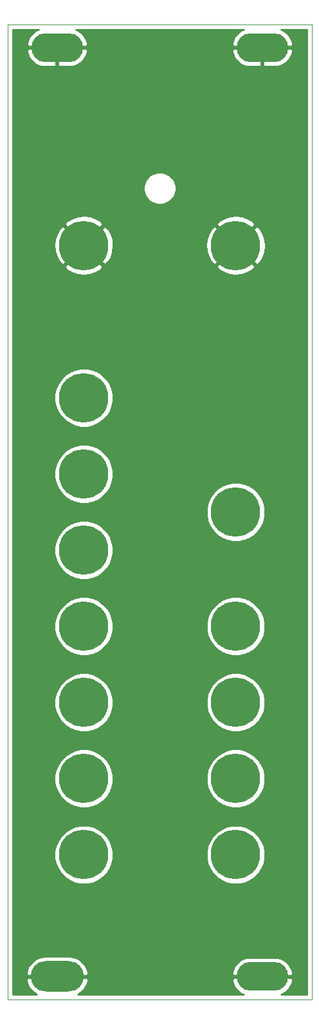
<source format=gbr>
%TF.GenerationSoftware,KiCad,Pcbnew,(5.1.0)-1*%
%TF.CreationDate,2020-03-07T14:23:45+01:00*%
%TF.ProjectId,KicadJE_AC3340_RevA_Faceplate,4b696361-644a-4455-9f41-43333334305f,rev?*%
%TF.SameCoordinates,Original*%
%TF.FileFunction,Copper,L2,Bot*%
%TF.FilePolarity,Positive*%
%FSLAX46Y46*%
G04 Gerber Fmt 4.6, Leading zero omitted, Abs format (unit mm)*
G04 Created by KiCad (PCBNEW (5.1.0)-1) date 2020-03-07 14:23:45*
%MOMM*%
%LPD*%
G04 APERTURE LIST*
%ADD10C,0.050000*%
%ADD11O,7.000000X4.000000*%
%ADD12O,6.800000X3.800000*%
%ADD13C,6.500000*%
%ADD14C,0.254000*%
G04 APERTURE END LIST*
D10*
X-50000000Y-164000000D02*
X-50000000Y-36000000D01*
X-10000000Y-164000000D02*
X-50000000Y-164000000D01*
X-10000000Y-36000000D02*
X-10000000Y-164000000D01*
X-50000000Y-36000000D02*
X-10000000Y-36000000D01*
D11*
X-43500000Y-161000000D03*
D12*
X-16500000Y-39000000D03*
X-43500000Y-39000000D03*
X-16500000Y-161000000D03*
D13*
X-20000000Y-65000000D03*
X-40000000Y-65000000D03*
X-20000000Y-100000000D03*
X-40000000Y-85000000D03*
X-40000000Y-95000000D03*
X-40000000Y-125000000D03*
X-40000000Y-105000000D03*
X-40000000Y-115000000D03*
X-20000000Y-115000000D03*
X-20000000Y-125000000D03*
X-20000000Y-135000000D03*
X-40000000Y-135000000D03*
X-40000000Y-145000000D03*
X-20000000Y-145000000D03*
D14*
G36*
X-46087435Y-36706566D02*
G01*
X-46513967Y-36962782D01*
X-46882318Y-37297287D01*
X-47178333Y-37697226D01*
X-47390636Y-38147230D01*
X-47480779Y-38478500D01*
X-47372854Y-38873000D01*
X-43627000Y-38873000D01*
X-43627000Y-38853000D01*
X-43373000Y-38853000D01*
X-43373000Y-38873000D01*
X-39627146Y-38873000D01*
X-39519221Y-38478500D01*
X-39609364Y-38147230D01*
X-39821667Y-37697226D01*
X-40117682Y-37297287D01*
X-40486033Y-36962782D01*
X-40912565Y-36706566D01*
X-41042312Y-36660000D01*
X-18957688Y-36660000D01*
X-19087435Y-36706566D01*
X-19513967Y-36962782D01*
X-19882318Y-37297287D01*
X-20178333Y-37697226D01*
X-20390636Y-38147230D01*
X-20480779Y-38478500D01*
X-20372854Y-38873000D01*
X-16627000Y-38873000D01*
X-16627000Y-38853000D01*
X-16373000Y-38853000D01*
X-16373000Y-38873000D01*
X-12627146Y-38873000D01*
X-12519221Y-38478500D01*
X-12609364Y-38147230D01*
X-12821667Y-37697226D01*
X-13117682Y-37297287D01*
X-13486033Y-36962782D01*
X-13912565Y-36706566D01*
X-14042312Y-36660000D01*
X-10660000Y-36660000D01*
X-10659999Y-163340000D01*
X-14042312Y-163340000D01*
X-13912565Y-163293434D01*
X-13486033Y-163037218D01*
X-13117682Y-162702713D01*
X-12821667Y-162302774D01*
X-12609364Y-161852770D01*
X-12519221Y-161521500D01*
X-12627146Y-161127000D01*
X-16373000Y-161127000D01*
X-16373000Y-161147000D01*
X-16627000Y-161147000D01*
X-16627000Y-161127000D01*
X-20372854Y-161127000D01*
X-20480779Y-161521500D01*
X-20390636Y-161852770D01*
X-20178333Y-162302774D01*
X-19882318Y-162702713D01*
X-19513967Y-163037218D01*
X-19087435Y-163293434D01*
X-18957688Y-163340000D01*
X-40797686Y-163340000D01*
X-40430475Y-163120365D01*
X-40046970Y-162773424D01*
X-39738519Y-162358331D01*
X-39516975Y-161891038D01*
X-39420333Y-161537162D01*
X-39527009Y-161127000D01*
X-43373000Y-161127000D01*
X-43373000Y-161147000D01*
X-43627000Y-161147000D01*
X-43627000Y-161127000D01*
X-47472991Y-161127000D01*
X-47579667Y-161537162D01*
X-47483025Y-161891038D01*
X-47261481Y-162358331D01*
X-46953030Y-162773424D01*
X-46569525Y-163120365D01*
X-46202314Y-163340000D01*
X-49340000Y-163340000D01*
X-49340000Y-160462838D01*
X-47579667Y-160462838D01*
X-47472991Y-160873000D01*
X-43627000Y-160873000D01*
X-43627000Y-160853000D01*
X-43373000Y-160853000D01*
X-43373000Y-160873000D01*
X-39527009Y-160873000D01*
X-39424407Y-160478500D01*
X-20480779Y-160478500D01*
X-20372854Y-160873000D01*
X-16627000Y-160873000D01*
X-16627000Y-160853000D01*
X-16373000Y-160853000D01*
X-16373000Y-160873000D01*
X-12627146Y-160873000D01*
X-12519221Y-160478500D01*
X-12609364Y-160147230D01*
X-12821667Y-159697226D01*
X-13117682Y-159297287D01*
X-13486033Y-158962782D01*
X-13912565Y-158706566D01*
X-14380886Y-158538486D01*
X-14873000Y-158465000D01*
X-18127000Y-158465000D01*
X-18619114Y-158538486D01*
X-19087435Y-158706566D01*
X-19513967Y-158962782D01*
X-19882318Y-159297287D01*
X-20178333Y-159697226D01*
X-20390636Y-160147230D01*
X-20480779Y-160478500D01*
X-39424407Y-160478500D01*
X-39420333Y-160462838D01*
X-39516975Y-160108962D01*
X-39738519Y-159641669D01*
X-40046970Y-159226576D01*
X-40430475Y-158879635D01*
X-40874296Y-158614178D01*
X-41361377Y-158440407D01*
X-41873000Y-158365000D01*
X-45127000Y-158365000D01*
X-45638623Y-158440407D01*
X-46125704Y-158614178D01*
X-46569525Y-158879635D01*
X-46953030Y-159226576D01*
X-47261481Y-159641669D01*
X-47483025Y-160108962D01*
X-47579667Y-160462838D01*
X-49340000Y-160462838D01*
X-49340000Y-144617361D01*
X-43885000Y-144617361D01*
X-43885000Y-145382639D01*
X-43735702Y-146133213D01*
X-43442842Y-146840238D01*
X-43017677Y-147476543D01*
X-42476543Y-148017677D01*
X-41840238Y-148442842D01*
X-41133213Y-148735702D01*
X-40382639Y-148885000D01*
X-39617361Y-148885000D01*
X-38866787Y-148735702D01*
X-38159762Y-148442842D01*
X-37523457Y-148017677D01*
X-36982323Y-147476543D01*
X-36557158Y-146840238D01*
X-36264298Y-146133213D01*
X-36115000Y-145382639D01*
X-36115000Y-144617361D01*
X-23885000Y-144617361D01*
X-23885000Y-145382639D01*
X-23735702Y-146133213D01*
X-23442842Y-146840238D01*
X-23017677Y-147476543D01*
X-22476543Y-148017677D01*
X-21840238Y-148442842D01*
X-21133213Y-148735702D01*
X-20382639Y-148885000D01*
X-19617361Y-148885000D01*
X-18866787Y-148735702D01*
X-18159762Y-148442842D01*
X-17523457Y-148017677D01*
X-16982323Y-147476543D01*
X-16557158Y-146840238D01*
X-16264298Y-146133213D01*
X-16115000Y-145382639D01*
X-16115000Y-144617361D01*
X-16264298Y-143866787D01*
X-16557158Y-143159762D01*
X-16982323Y-142523457D01*
X-17523457Y-141982323D01*
X-18159762Y-141557158D01*
X-18866787Y-141264298D01*
X-19617361Y-141115000D01*
X-20382639Y-141115000D01*
X-21133213Y-141264298D01*
X-21840238Y-141557158D01*
X-22476543Y-141982323D01*
X-23017677Y-142523457D01*
X-23442842Y-143159762D01*
X-23735702Y-143866787D01*
X-23885000Y-144617361D01*
X-36115000Y-144617361D01*
X-36264298Y-143866787D01*
X-36557158Y-143159762D01*
X-36982323Y-142523457D01*
X-37523457Y-141982323D01*
X-38159762Y-141557158D01*
X-38866787Y-141264298D01*
X-39617361Y-141115000D01*
X-40382639Y-141115000D01*
X-41133213Y-141264298D01*
X-41840238Y-141557158D01*
X-42476543Y-141982323D01*
X-43017677Y-142523457D01*
X-43442842Y-143159762D01*
X-43735702Y-143866787D01*
X-43885000Y-144617361D01*
X-49340000Y-144617361D01*
X-49340000Y-134617361D01*
X-43885000Y-134617361D01*
X-43885000Y-135382639D01*
X-43735702Y-136133213D01*
X-43442842Y-136840238D01*
X-43017677Y-137476543D01*
X-42476543Y-138017677D01*
X-41840238Y-138442842D01*
X-41133213Y-138735702D01*
X-40382639Y-138885000D01*
X-39617361Y-138885000D01*
X-38866787Y-138735702D01*
X-38159762Y-138442842D01*
X-37523457Y-138017677D01*
X-36982323Y-137476543D01*
X-36557158Y-136840238D01*
X-36264298Y-136133213D01*
X-36115000Y-135382639D01*
X-36115000Y-134617361D01*
X-23885000Y-134617361D01*
X-23885000Y-135382639D01*
X-23735702Y-136133213D01*
X-23442842Y-136840238D01*
X-23017677Y-137476543D01*
X-22476543Y-138017677D01*
X-21840238Y-138442842D01*
X-21133213Y-138735702D01*
X-20382639Y-138885000D01*
X-19617361Y-138885000D01*
X-18866787Y-138735702D01*
X-18159762Y-138442842D01*
X-17523457Y-138017677D01*
X-16982323Y-137476543D01*
X-16557158Y-136840238D01*
X-16264298Y-136133213D01*
X-16115000Y-135382639D01*
X-16115000Y-134617361D01*
X-16264298Y-133866787D01*
X-16557158Y-133159762D01*
X-16982323Y-132523457D01*
X-17523457Y-131982323D01*
X-18159762Y-131557158D01*
X-18866787Y-131264298D01*
X-19617361Y-131115000D01*
X-20382639Y-131115000D01*
X-21133213Y-131264298D01*
X-21840238Y-131557158D01*
X-22476543Y-131982323D01*
X-23017677Y-132523457D01*
X-23442842Y-133159762D01*
X-23735702Y-133866787D01*
X-23885000Y-134617361D01*
X-36115000Y-134617361D01*
X-36264298Y-133866787D01*
X-36557158Y-133159762D01*
X-36982323Y-132523457D01*
X-37523457Y-131982323D01*
X-38159762Y-131557158D01*
X-38866787Y-131264298D01*
X-39617361Y-131115000D01*
X-40382639Y-131115000D01*
X-41133213Y-131264298D01*
X-41840238Y-131557158D01*
X-42476543Y-131982323D01*
X-43017677Y-132523457D01*
X-43442842Y-133159762D01*
X-43735702Y-133866787D01*
X-43885000Y-134617361D01*
X-49340000Y-134617361D01*
X-49340000Y-124617361D01*
X-43885000Y-124617361D01*
X-43885000Y-125382639D01*
X-43735702Y-126133213D01*
X-43442842Y-126840238D01*
X-43017677Y-127476543D01*
X-42476543Y-128017677D01*
X-41840238Y-128442842D01*
X-41133213Y-128735702D01*
X-40382639Y-128885000D01*
X-39617361Y-128885000D01*
X-38866787Y-128735702D01*
X-38159762Y-128442842D01*
X-37523457Y-128017677D01*
X-36982323Y-127476543D01*
X-36557158Y-126840238D01*
X-36264298Y-126133213D01*
X-36115000Y-125382639D01*
X-36115000Y-124617361D01*
X-23885000Y-124617361D01*
X-23885000Y-125382639D01*
X-23735702Y-126133213D01*
X-23442842Y-126840238D01*
X-23017677Y-127476543D01*
X-22476543Y-128017677D01*
X-21840238Y-128442842D01*
X-21133213Y-128735702D01*
X-20382639Y-128885000D01*
X-19617361Y-128885000D01*
X-18866787Y-128735702D01*
X-18159762Y-128442842D01*
X-17523457Y-128017677D01*
X-16982323Y-127476543D01*
X-16557158Y-126840238D01*
X-16264298Y-126133213D01*
X-16115000Y-125382639D01*
X-16115000Y-124617361D01*
X-16264298Y-123866787D01*
X-16557158Y-123159762D01*
X-16982323Y-122523457D01*
X-17523457Y-121982323D01*
X-18159762Y-121557158D01*
X-18866787Y-121264298D01*
X-19617361Y-121115000D01*
X-20382639Y-121115000D01*
X-21133213Y-121264298D01*
X-21840238Y-121557158D01*
X-22476543Y-121982323D01*
X-23017677Y-122523457D01*
X-23442842Y-123159762D01*
X-23735702Y-123866787D01*
X-23885000Y-124617361D01*
X-36115000Y-124617361D01*
X-36264298Y-123866787D01*
X-36557158Y-123159762D01*
X-36982323Y-122523457D01*
X-37523457Y-121982323D01*
X-38159762Y-121557158D01*
X-38866787Y-121264298D01*
X-39617361Y-121115000D01*
X-40382639Y-121115000D01*
X-41133213Y-121264298D01*
X-41840238Y-121557158D01*
X-42476543Y-121982323D01*
X-43017677Y-122523457D01*
X-43442842Y-123159762D01*
X-43735702Y-123866787D01*
X-43885000Y-124617361D01*
X-49340000Y-124617361D01*
X-49340000Y-114617361D01*
X-43885000Y-114617361D01*
X-43885000Y-115382639D01*
X-43735702Y-116133213D01*
X-43442842Y-116840238D01*
X-43017677Y-117476543D01*
X-42476543Y-118017677D01*
X-41840238Y-118442842D01*
X-41133213Y-118735702D01*
X-40382639Y-118885000D01*
X-39617361Y-118885000D01*
X-38866787Y-118735702D01*
X-38159762Y-118442842D01*
X-37523457Y-118017677D01*
X-36982323Y-117476543D01*
X-36557158Y-116840238D01*
X-36264298Y-116133213D01*
X-36115000Y-115382639D01*
X-36115000Y-114617361D01*
X-23885000Y-114617361D01*
X-23885000Y-115382639D01*
X-23735702Y-116133213D01*
X-23442842Y-116840238D01*
X-23017677Y-117476543D01*
X-22476543Y-118017677D01*
X-21840238Y-118442842D01*
X-21133213Y-118735702D01*
X-20382639Y-118885000D01*
X-19617361Y-118885000D01*
X-18866787Y-118735702D01*
X-18159762Y-118442842D01*
X-17523457Y-118017677D01*
X-16982323Y-117476543D01*
X-16557158Y-116840238D01*
X-16264298Y-116133213D01*
X-16115000Y-115382639D01*
X-16115000Y-114617361D01*
X-16264298Y-113866787D01*
X-16557158Y-113159762D01*
X-16982323Y-112523457D01*
X-17523457Y-111982323D01*
X-18159762Y-111557158D01*
X-18866787Y-111264298D01*
X-19617361Y-111115000D01*
X-20382639Y-111115000D01*
X-21133213Y-111264298D01*
X-21840238Y-111557158D01*
X-22476543Y-111982323D01*
X-23017677Y-112523457D01*
X-23442842Y-113159762D01*
X-23735702Y-113866787D01*
X-23885000Y-114617361D01*
X-36115000Y-114617361D01*
X-36264298Y-113866787D01*
X-36557158Y-113159762D01*
X-36982323Y-112523457D01*
X-37523457Y-111982323D01*
X-38159762Y-111557158D01*
X-38866787Y-111264298D01*
X-39617361Y-111115000D01*
X-40382639Y-111115000D01*
X-41133213Y-111264298D01*
X-41840238Y-111557158D01*
X-42476543Y-111982323D01*
X-43017677Y-112523457D01*
X-43442842Y-113159762D01*
X-43735702Y-113866787D01*
X-43885000Y-114617361D01*
X-49340000Y-114617361D01*
X-49340000Y-104617361D01*
X-43885000Y-104617361D01*
X-43885000Y-105382639D01*
X-43735702Y-106133213D01*
X-43442842Y-106840238D01*
X-43017677Y-107476543D01*
X-42476543Y-108017677D01*
X-41840238Y-108442842D01*
X-41133213Y-108735702D01*
X-40382639Y-108885000D01*
X-39617361Y-108885000D01*
X-38866787Y-108735702D01*
X-38159762Y-108442842D01*
X-37523457Y-108017677D01*
X-36982323Y-107476543D01*
X-36557158Y-106840238D01*
X-36264298Y-106133213D01*
X-36115000Y-105382639D01*
X-36115000Y-104617361D01*
X-36264298Y-103866787D01*
X-36557158Y-103159762D01*
X-36982323Y-102523457D01*
X-37523457Y-101982323D01*
X-38159762Y-101557158D01*
X-38866787Y-101264298D01*
X-39617361Y-101115000D01*
X-40382639Y-101115000D01*
X-41133213Y-101264298D01*
X-41840238Y-101557158D01*
X-42476543Y-101982323D01*
X-43017677Y-102523457D01*
X-43442842Y-103159762D01*
X-43735702Y-103866787D01*
X-43885000Y-104617361D01*
X-49340000Y-104617361D01*
X-49340000Y-99617361D01*
X-23885000Y-99617361D01*
X-23885000Y-100382639D01*
X-23735702Y-101133213D01*
X-23442842Y-101840238D01*
X-23017677Y-102476543D01*
X-22476543Y-103017677D01*
X-21840238Y-103442842D01*
X-21133213Y-103735702D01*
X-20382639Y-103885000D01*
X-19617361Y-103885000D01*
X-18866787Y-103735702D01*
X-18159762Y-103442842D01*
X-17523457Y-103017677D01*
X-16982323Y-102476543D01*
X-16557158Y-101840238D01*
X-16264298Y-101133213D01*
X-16115000Y-100382639D01*
X-16115000Y-99617361D01*
X-16264298Y-98866787D01*
X-16557158Y-98159762D01*
X-16982323Y-97523457D01*
X-17523457Y-96982323D01*
X-18159762Y-96557158D01*
X-18866787Y-96264298D01*
X-19617361Y-96115000D01*
X-20382639Y-96115000D01*
X-21133213Y-96264298D01*
X-21840238Y-96557158D01*
X-22476543Y-96982323D01*
X-23017677Y-97523457D01*
X-23442842Y-98159762D01*
X-23735702Y-98866787D01*
X-23885000Y-99617361D01*
X-49340000Y-99617361D01*
X-49340000Y-94617361D01*
X-43885000Y-94617361D01*
X-43885000Y-95382639D01*
X-43735702Y-96133213D01*
X-43442842Y-96840238D01*
X-43017677Y-97476543D01*
X-42476543Y-98017677D01*
X-41840238Y-98442842D01*
X-41133213Y-98735702D01*
X-40382639Y-98885000D01*
X-39617361Y-98885000D01*
X-38866787Y-98735702D01*
X-38159762Y-98442842D01*
X-37523457Y-98017677D01*
X-36982323Y-97476543D01*
X-36557158Y-96840238D01*
X-36264298Y-96133213D01*
X-36115000Y-95382639D01*
X-36115000Y-94617361D01*
X-36264298Y-93866787D01*
X-36557158Y-93159762D01*
X-36982323Y-92523457D01*
X-37523457Y-91982323D01*
X-38159762Y-91557158D01*
X-38866787Y-91264298D01*
X-39617361Y-91115000D01*
X-40382639Y-91115000D01*
X-41133213Y-91264298D01*
X-41840238Y-91557158D01*
X-42476543Y-91982323D01*
X-43017677Y-92523457D01*
X-43442842Y-93159762D01*
X-43735702Y-93866787D01*
X-43885000Y-94617361D01*
X-49340000Y-94617361D01*
X-49340000Y-84617361D01*
X-43885000Y-84617361D01*
X-43885000Y-85382639D01*
X-43735702Y-86133213D01*
X-43442842Y-86840238D01*
X-43017677Y-87476543D01*
X-42476543Y-88017677D01*
X-41840238Y-88442842D01*
X-41133213Y-88735702D01*
X-40382639Y-88885000D01*
X-39617361Y-88885000D01*
X-38866787Y-88735702D01*
X-38159762Y-88442842D01*
X-37523457Y-88017677D01*
X-36982323Y-87476543D01*
X-36557158Y-86840238D01*
X-36264298Y-86133213D01*
X-36115000Y-85382639D01*
X-36115000Y-84617361D01*
X-36264298Y-83866787D01*
X-36557158Y-83159762D01*
X-36982323Y-82523457D01*
X-37523457Y-81982323D01*
X-38159762Y-81557158D01*
X-38866787Y-81264298D01*
X-39617361Y-81115000D01*
X-40382639Y-81115000D01*
X-41133213Y-81264298D01*
X-41840238Y-81557158D01*
X-42476543Y-81982323D01*
X-43017677Y-82523457D01*
X-43442842Y-83159762D01*
X-43735702Y-83866787D01*
X-43885000Y-84617361D01*
X-49340000Y-84617361D01*
X-49340000Y-67736428D01*
X-42556823Y-67736428D01*
X-42190635Y-68231216D01*
X-41518163Y-68596501D01*
X-40787350Y-68823575D01*
X-40026279Y-68903710D01*
X-39264197Y-68833828D01*
X-38530392Y-68616614D01*
X-37853064Y-68260416D01*
X-37809365Y-68231216D01*
X-37443177Y-67736428D01*
X-22556823Y-67736428D01*
X-22190635Y-68231216D01*
X-21518163Y-68596501D01*
X-20787350Y-68823575D01*
X-20026279Y-68903710D01*
X-19264197Y-68833828D01*
X-18530392Y-68616614D01*
X-17853064Y-68260416D01*
X-17809365Y-68231216D01*
X-17443177Y-67736428D01*
X-20000000Y-65179605D01*
X-22556823Y-67736428D01*
X-37443177Y-67736428D01*
X-40000000Y-65179605D01*
X-42556823Y-67736428D01*
X-49340000Y-67736428D01*
X-49340000Y-64973721D01*
X-43903710Y-64973721D01*
X-43833828Y-65735803D01*
X-43616614Y-66469608D01*
X-43260416Y-67146936D01*
X-43231216Y-67190635D01*
X-42736428Y-67556823D01*
X-40179605Y-65000000D01*
X-39820395Y-65000000D01*
X-37263572Y-67556823D01*
X-36768784Y-67190635D01*
X-36403499Y-66518163D01*
X-36176425Y-65787350D01*
X-36096290Y-65026279D01*
X-36101109Y-64973721D01*
X-23903710Y-64973721D01*
X-23833828Y-65735803D01*
X-23616614Y-66469608D01*
X-23260416Y-67146936D01*
X-23231216Y-67190635D01*
X-22736428Y-67556823D01*
X-20179605Y-65000000D01*
X-19820395Y-65000000D01*
X-17263572Y-67556823D01*
X-16768784Y-67190635D01*
X-16403499Y-66518163D01*
X-16176425Y-65787350D01*
X-16096290Y-65026279D01*
X-16166172Y-64264197D01*
X-16383386Y-63530392D01*
X-16739584Y-62853064D01*
X-16768784Y-62809365D01*
X-17263572Y-62443177D01*
X-19820395Y-65000000D01*
X-20179605Y-65000000D01*
X-22736428Y-62443177D01*
X-23231216Y-62809365D01*
X-23596501Y-63481837D01*
X-23823575Y-64212650D01*
X-23903710Y-64973721D01*
X-36101109Y-64973721D01*
X-36166172Y-64264197D01*
X-36383386Y-63530392D01*
X-36739584Y-62853064D01*
X-36768784Y-62809365D01*
X-37263572Y-62443177D01*
X-39820395Y-65000000D01*
X-40179605Y-65000000D01*
X-42736428Y-62443177D01*
X-43231216Y-62809365D01*
X-43596501Y-63481837D01*
X-43823575Y-64212650D01*
X-43903710Y-64973721D01*
X-49340000Y-64973721D01*
X-49340000Y-62263572D01*
X-42556823Y-62263572D01*
X-40000000Y-64820395D01*
X-37443177Y-62263572D01*
X-22556823Y-62263572D01*
X-20000000Y-64820395D01*
X-17443177Y-62263572D01*
X-17809365Y-61768784D01*
X-18481837Y-61403499D01*
X-19212650Y-61176425D01*
X-19973721Y-61096290D01*
X-20735803Y-61166172D01*
X-21469608Y-61383386D01*
X-22146936Y-61739584D01*
X-22190635Y-61768784D01*
X-22556823Y-62263572D01*
X-37443177Y-62263572D01*
X-37809365Y-61768784D01*
X-38481837Y-61403499D01*
X-39212650Y-61176425D01*
X-39973721Y-61096290D01*
X-40735803Y-61166172D01*
X-41469608Y-61383386D01*
X-42146936Y-61739584D01*
X-42190635Y-61768784D01*
X-42556823Y-62263572D01*
X-49340000Y-62263572D01*
X-49340000Y-57289721D01*
X-32135000Y-57289721D01*
X-32135000Y-57710279D01*
X-32052953Y-58122756D01*
X-31892012Y-58511302D01*
X-31658363Y-58860983D01*
X-31360983Y-59158363D01*
X-31011302Y-59392012D01*
X-30622756Y-59552953D01*
X-30210279Y-59635000D01*
X-29789721Y-59635000D01*
X-29377244Y-59552953D01*
X-28988698Y-59392012D01*
X-28639017Y-59158363D01*
X-28341637Y-58860983D01*
X-28107988Y-58511302D01*
X-27947047Y-58122756D01*
X-27865000Y-57710279D01*
X-27865000Y-57289721D01*
X-27947047Y-56877244D01*
X-28107988Y-56488698D01*
X-28341637Y-56139017D01*
X-28639017Y-55841637D01*
X-28988698Y-55607988D01*
X-29377244Y-55447047D01*
X-29789721Y-55365000D01*
X-30210279Y-55365000D01*
X-30622756Y-55447047D01*
X-31011302Y-55607988D01*
X-31360983Y-55841637D01*
X-31658363Y-56139017D01*
X-31892012Y-56488698D01*
X-32052953Y-56877244D01*
X-32135000Y-57289721D01*
X-49340000Y-57289721D01*
X-49340000Y-39521500D01*
X-47480779Y-39521500D01*
X-47390636Y-39852770D01*
X-47178333Y-40302774D01*
X-46882318Y-40702713D01*
X-46513967Y-41037218D01*
X-46087435Y-41293434D01*
X-45619114Y-41461514D01*
X-45127000Y-41535000D01*
X-43627000Y-41535000D01*
X-43627000Y-39127000D01*
X-43373000Y-39127000D01*
X-43373000Y-41535000D01*
X-41873000Y-41535000D01*
X-41380886Y-41461514D01*
X-40912565Y-41293434D01*
X-40486033Y-41037218D01*
X-40117682Y-40702713D01*
X-39821667Y-40302774D01*
X-39609364Y-39852770D01*
X-39519221Y-39521500D01*
X-20480779Y-39521500D01*
X-20390636Y-39852770D01*
X-20178333Y-40302774D01*
X-19882318Y-40702713D01*
X-19513967Y-41037218D01*
X-19087435Y-41293434D01*
X-18619114Y-41461514D01*
X-18127000Y-41535000D01*
X-16627000Y-41535000D01*
X-16627000Y-39127000D01*
X-16373000Y-39127000D01*
X-16373000Y-41535000D01*
X-14873000Y-41535000D01*
X-14380886Y-41461514D01*
X-13912565Y-41293434D01*
X-13486033Y-41037218D01*
X-13117682Y-40702713D01*
X-12821667Y-40302774D01*
X-12609364Y-39852770D01*
X-12519221Y-39521500D01*
X-12627146Y-39127000D01*
X-16373000Y-39127000D01*
X-16627000Y-39127000D01*
X-20372854Y-39127000D01*
X-20480779Y-39521500D01*
X-39519221Y-39521500D01*
X-39627146Y-39127000D01*
X-43373000Y-39127000D01*
X-43627000Y-39127000D01*
X-47372854Y-39127000D01*
X-47480779Y-39521500D01*
X-49340000Y-39521500D01*
X-49340000Y-36660000D01*
X-45957688Y-36660000D01*
X-46087435Y-36706566D01*
X-46087435Y-36706566D01*
G37*
X-46087435Y-36706566D02*
X-46513967Y-36962782D01*
X-46882318Y-37297287D01*
X-47178333Y-37697226D01*
X-47390636Y-38147230D01*
X-47480779Y-38478500D01*
X-47372854Y-38873000D01*
X-43627000Y-38873000D01*
X-43627000Y-38853000D01*
X-43373000Y-38853000D01*
X-43373000Y-38873000D01*
X-39627146Y-38873000D01*
X-39519221Y-38478500D01*
X-39609364Y-38147230D01*
X-39821667Y-37697226D01*
X-40117682Y-37297287D01*
X-40486033Y-36962782D01*
X-40912565Y-36706566D01*
X-41042312Y-36660000D01*
X-18957688Y-36660000D01*
X-19087435Y-36706566D01*
X-19513967Y-36962782D01*
X-19882318Y-37297287D01*
X-20178333Y-37697226D01*
X-20390636Y-38147230D01*
X-20480779Y-38478500D01*
X-20372854Y-38873000D01*
X-16627000Y-38873000D01*
X-16627000Y-38853000D01*
X-16373000Y-38853000D01*
X-16373000Y-38873000D01*
X-12627146Y-38873000D01*
X-12519221Y-38478500D01*
X-12609364Y-38147230D01*
X-12821667Y-37697226D01*
X-13117682Y-37297287D01*
X-13486033Y-36962782D01*
X-13912565Y-36706566D01*
X-14042312Y-36660000D01*
X-10660000Y-36660000D01*
X-10659999Y-163340000D01*
X-14042312Y-163340000D01*
X-13912565Y-163293434D01*
X-13486033Y-163037218D01*
X-13117682Y-162702713D01*
X-12821667Y-162302774D01*
X-12609364Y-161852770D01*
X-12519221Y-161521500D01*
X-12627146Y-161127000D01*
X-16373000Y-161127000D01*
X-16373000Y-161147000D01*
X-16627000Y-161147000D01*
X-16627000Y-161127000D01*
X-20372854Y-161127000D01*
X-20480779Y-161521500D01*
X-20390636Y-161852770D01*
X-20178333Y-162302774D01*
X-19882318Y-162702713D01*
X-19513967Y-163037218D01*
X-19087435Y-163293434D01*
X-18957688Y-163340000D01*
X-40797686Y-163340000D01*
X-40430475Y-163120365D01*
X-40046970Y-162773424D01*
X-39738519Y-162358331D01*
X-39516975Y-161891038D01*
X-39420333Y-161537162D01*
X-39527009Y-161127000D01*
X-43373000Y-161127000D01*
X-43373000Y-161147000D01*
X-43627000Y-161147000D01*
X-43627000Y-161127000D01*
X-47472991Y-161127000D01*
X-47579667Y-161537162D01*
X-47483025Y-161891038D01*
X-47261481Y-162358331D01*
X-46953030Y-162773424D01*
X-46569525Y-163120365D01*
X-46202314Y-163340000D01*
X-49340000Y-163340000D01*
X-49340000Y-160462838D01*
X-47579667Y-160462838D01*
X-47472991Y-160873000D01*
X-43627000Y-160873000D01*
X-43627000Y-160853000D01*
X-43373000Y-160853000D01*
X-43373000Y-160873000D01*
X-39527009Y-160873000D01*
X-39424407Y-160478500D01*
X-20480779Y-160478500D01*
X-20372854Y-160873000D01*
X-16627000Y-160873000D01*
X-16627000Y-160853000D01*
X-16373000Y-160853000D01*
X-16373000Y-160873000D01*
X-12627146Y-160873000D01*
X-12519221Y-160478500D01*
X-12609364Y-160147230D01*
X-12821667Y-159697226D01*
X-13117682Y-159297287D01*
X-13486033Y-158962782D01*
X-13912565Y-158706566D01*
X-14380886Y-158538486D01*
X-14873000Y-158465000D01*
X-18127000Y-158465000D01*
X-18619114Y-158538486D01*
X-19087435Y-158706566D01*
X-19513967Y-158962782D01*
X-19882318Y-159297287D01*
X-20178333Y-159697226D01*
X-20390636Y-160147230D01*
X-20480779Y-160478500D01*
X-39424407Y-160478500D01*
X-39420333Y-160462838D01*
X-39516975Y-160108962D01*
X-39738519Y-159641669D01*
X-40046970Y-159226576D01*
X-40430475Y-158879635D01*
X-40874296Y-158614178D01*
X-41361377Y-158440407D01*
X-41873000Y-158365000D01*
X-45127000Y-158365000D01*
X-45638623Y-158440407D01*
X-46125704Y-158614178D01*
X-46569525Y-158879635D01*
X-46953030Y-159226576D01*
X-47261481Y-159641669D01*
X-47483025Y-160108962D01*
X-47579667Y-160462838D01*
X-49340000Y-160462838D01*
X-49340000Y-144617361D01*
X-43885000Y-144617361D01*
X-43885000Y-145382639D01*
X-43735702Y-146133213D01*
X-43442842Y-146840238D01*
X-43017677Y-147476543D01*
X-42476543Y-148017677D01*
X-41840238Y-148442842D01*
X-41133213Y-148735702D01*
X-40382639Y-148885000D01*
X-39617361Y-148885000D01*
X-38866787Y-148735702D01*
X-38159762Y-148442842D01*
X-37523457Y-148017677D01*
X-36982323Y-147476543D01*
X-36557158Y-146840238D01*
X-36264298Y-146133213D01*
X-36115000Y-145382639D01*
X-36115000Y-144617361D01*
X-23885000Y-144617361D01*
X-23885000Y-145382639D01*
X-23735702Y-146133213D01*
X-23442842Y-146840238D01*
X-23017677Y-147476543D01*
X-22476543Y-148017677D01*
X-21840238Y-148442842D01*
X-21133213Y-148735702D01*
X-20382639Y-148885000D01*
X-19617361Y-148885000D01*
X-18866787Y-148735702D01*
X-18159762Y-148442842D01*
X-17523457Y-148017677D01*
X-16982323Y-147476543D01*
X-16557158Y-146840238D01*
X-16264298Y-146133213D01*
X-16115000Y-145382639D01*
X-16115000Y-144617361D01*
X-16264298Y-143866787D01*
X-16557158Y-143159762D01*
X-16982323Y-142523457D01*
X-17523457Y-141982323D01*
X-18159762Y-141557158D01*
X-18866787Y-141264298D01*
X-19617361Y-141115000D01*
X-20382639Y-141115000D01*
X-21133213Y-141264298D01*
X-21840238Y-141557158D01*
X-22476543Y-141982323D01*
X-23017677Y-142523457D01*
X-23442842Y-143159762D01*
X-23735702Y-143866787D01*
X-23885000Y-144617361D01*
X-36115000Y-144617361D01*
X-36264298Y-143866787D01*
X-36557158Y-143159762D01*
X-36982323Y-142523457D01*
X-37523457Y-141982323D01*
X-38159762Y-141557158D01*
X-38866787Y-141264298D01*
X-39617361Y-141115000D01*
X-40382639Y-141115000D01*
X-41133213Y-141264298D01*
X-41840238Y-141557158D01*
X-42476543Y-141982323D01*
X-43017677Y-142523457D01*
X-43442842Y-143159762D01*
X-43735702Y-143866787D01*
X-43885000Y-144617361D01*
X-49340000Y-144617361D01*
X-49340000Y-134617361D01*
X-43885000Y-134617361D01*
X-43885000Y-135382639D01*
X-43735702Y-136133213D01*
X-43442842Y-136840238D01*
X-43017677Y-137476543D01*
X-42476543Y-138017677D01*
X-41840238Y-138442842D01*
X-41133213Y-138735702D01*
X-40382639Y-138885000D01*
X-39617361Y-138885000D01*
X-38866787Y-138735702D01*
X-38159762Y-138442842D01*
X-37523457Y-138017677D01*
X-36982323Y-137476543D01*
X-36557158Y-136840238D01*
X-36264298Y-136133213D01*
X-36115000Y-135382639D01*
X-36115000Y-134617361D01*
X-23885000Y-134617361D01*
X-23885000Y-135382639D01*
X-23735702Y-136133213D01*
X-23442842Y-136840238D01*
X-23017677Y-137476543D01*
X-22476543Y-138017677D01*
X-21840238Y-138442842D01*
X-21133213Y-138735702D01*
X-20382639Y-138885000D01*
X-19617361Y-138885000D01*
X-18866787Y-138735702D01*
X-18159762Y-138442842D01*
X-17523457Y-138017677D01*
X-16982323Y-137476543D01*
X-16557158Y-136840238D01*
X-16264298Y-136133213D01*
X-16115000Y-135382639D01*
X-16115000Y-134617361D01*
X-16264298Y-133866787D01*
X-16557158Y-133159762D01*
X-16982323Y-132523457D01*
X-17523457Y-131982323D01*
X-18159762Y-131557158D01*
X-18866787Y-131264298D01*
X-19617361Y-131115000D01*
X-20382639Y-131115000D01*
X-21133213Y-131264298D01*
X-21840238Y-131557158D01*
X-22476543Y-131982323D01*
X-23017677Y-132523457D01*
X-23442842Y-133159762D01*
X-23735702Y-133866787D01*
X-23885000Y-134617361D01*
X-36115000Y-134617361D01*
X-36264298Y-133866787D01*
X-36557158Y-133159762D01*
X-36982323Y-132523457D01*
X-37523457Y-131982323D01*
X-38159762Y-131557158D01*
X-38866787Y-131264298D01*
X-39617361Y-131115000D01*
X-40382639Y-131115000D01*
X-41133213Y-131264298D01*
X-41840238Y-131557158D01*
X-42476543Y-131982323D01*
X-43017677Y-132523457D01*
X-43442842Y-133159762D01*
X-43735702Y-133866787D01*
X-43885000Y-134617361D01*
X-49340000Y-134617361D01*
X-49340000Y-124617361D01*
X-43885000Y-124617361D01*
X-43885000Y-125382639D01*
X-43735702Y-126133213D01*
X-43442842Y-126840238D01*
X-43017677Y-127476543D01*
X-42476543Y-128017677D01*
X-41840238Y-128442842D01*
X-41133213Y-128735702D01*
X-40382639Y-128885000D01*
X-39617361Y-128885000D01*
X-38866787Y-128735702D01*
X-38159762Y-128442842D01*
X-37523457Y-128017677D01*
X-36982323Y-127476543D01*
X-36557158Y-126840238D01*
X-36264298Y-126133213D01*
X-36115000Y-125382639D01*
X-36115000Y-124617361D01*
X-23885000Y-124617361D01*
X-23885000Y-125382639D01*
X-23735702Y-126133213D01*
X-23442842Y-126840238D01*
X-23017677Y-127476543D01*
X-22476543Y-128017677D01*
X-21840238Y-128442842D01*
X-21133213Y-128735702D01*
X-20382639Y-128885000D01*
X-19617361Y-128885000D01*
X-18866787Y-128735702D01*
X-18159762Y-128442842D01*
X-17523457Y-128017677D01*
X-16982323Y-127476543D01*
X-16557158Y-126840238D01*
X-16264298Y-126133213D01*
X-16115000Y-125382639D01*
X-16115000Y-124617361D01*
X-16264298Y-123866787D01*
X-16557158Y-123159762D01*
X-16982323Y-122523457D01*
X-17523457Y-121982323D01*
X-18159762Y-121557158D01*
X-18866787Y-121264298D01*
X-19617361Y-121115000D01*
X-20382639Y-121115000D01*
X-21133213Y-121264298D01*
X-21840238Y-121557158D01*
X-22476543Y-121982323D01*
X-23017677Y-122523457D01*
X-23442842Y-123159762D01*
X-23735702Y-123866787D01*
X-23885000Y-124617361D01*
X-36115000Y-124617361D01*
X-36264298Y-123866787D01*
X-36557158Y-123159762D01*
X-36982323Y-122523457D01*
X-37523457Y-121982323D01*
X-38159762Y-121557158D01*
X-38866787Y-121264298D01*
X-39617361Y-121115000D01*
X-40382639Y-121115000D01*
X-41133213Y-121264298D01*
X-41840238Y-121557158D01*
X-42476543Y-121982323D01*
X-43017677Y-122523457D01*
X-43442842Y-123159762D01*
X-43735702Y-123866787D01*
X-43885000Y-124617361D01*
X-49340000Y-124617361D01*
X-49340000Y-114617361D01*
X-43885000Y-114617361D01*
X-43885000Y-115382639D01*
X-43735702Y-116133213D01*
X-43442842Y-116840238D01*
X-43017677Y-117476543D01*
X-42476543Y-118017677D01*
X-41840238Y-118442842D01*
X-41133213Y-118735702D01*
X-40382639Y-118885000D01*
X-39617361Y-118885000D01*
X-38866787Y-118735702D01*
X-38159762Y-118442842D01*
X-37523457Y-118017677D01*
X-36982323Y-117476543D01*
X-36557158Y-116840238D01*
X-36264298Y-116133213D01*
X-36115000Y-115382639D01*
X-36115000Y-114617361D01*
X-23885000Y-114617361D01*
X-23885000Y-115382639D01*
X-23735702Y-116133213D01*
X-23442842Y-116840238D01*
X-23017677Y-117476543D01*
X-22476543Y-118017677D01*
X-21840238Y-118442842D01*
X-21133213Y-118735702D01*
X-20382639Y-118885000D01*
X-19617361Y-118885000D01*
X-18866787Y-118735702D01*
X-18159762Y-118442842D01*
X-17523457Y-118017677D01*
X-16982323Y-117476543D01*
X-16557158Y-116840238D01*
X-16264298Y-116133213D01*
X-16115000Y-115382639D01*
X-16115000Y-114617361D01*
X-16264298Y-113866787D01*
X-16557158Y-113159762D01*
X-16982323Y-112523457D01*
X-17523457Y-111982323D01*
X-18159762Y-111557158D01*
X-18866787Y-111264298D01*
X-19617361Y-111115000D01*
X-20382639Y-111115000D01*
X-21133213Y-111264298D01*
X-21840238Y-111557158D01*
X-22476543Y-111982323D01*
X-23017677Y-112523457D01*
X-23442842Y-113159762D01*
X-23735702Y-113866787D01*
X-23885000Y-114617361D01*
X-36115000Y-114617361D01*
X-36264298Y-113866787D01*
X-36557158Y-113159762D01*
X-36982323Y-112523457D01*
X-37523457Y-111982323D01*
X-38159762Y-111557158D01*
X-38866787Y-111264298D01*
X-39617361Y-111115000D01*
X-40382639Y-111115000D01*
X-41133213Y-111264298D01*
X-41840238Y-111557158D01*
X-42476543Y-111982323D01*
X-43017677Y-112523457D01*
X-43442842Y-113159762D01*
X-43735702Y-113866787D01*
X-43885000Y-114617361D01*
X-49340000Y-114617361D01*
X-49340000Y-104617361D01*
X-43885000Y-104617361D01*
X-43885000Y-105382639D01*
X-43735702Y-106133213D01*
X-43442842Y-106840238D01*
X-43017677Y-107476543D01*
X-42476543Y-108017677D01*
X-41840238Y-108442842D01*
X-41133213Y-108735702D01*
X-40382639Y-108885000D01*
X-39617361Y-108885000D01*
X-38866787Y-108735702D01*
X-38159762Y-108442842D01*
X-37523457Y-108017677D01*
X-36982323Y-107476543D01*
X-36557158Y-106840238D01*
X-36264298Y-106133213D01*
X-36115000Y-105382639D01*
X-36115000Y-104617361D01*
X-36264298Y-103866787D01*
X-36557158Y-103159762D01*
X-36982323Y-102523457D01*
X-37523457Y-101982323D01*
X-38159762Y-101557158D01*
X-38866787Y-101264298D01*
X-39617361Y-101115000D01*
X-40382639Y-101115000D01*
X-41133213Y-101264298D01*
X-41840238Y-101557158D01*
X-42476543Y-101982323D01*
X-43017677Y-102523457D01*
X-43442842Y-103159762D01*
X-43735702Y-103866787D01*
X-43885000Y-104617361D01*
X-49340000Y-104617361D01*
X-49340000Y-99617361D01*
X-23885000Y-99617361D01*
X-23885000Y-100382639D01*
X-23735702Y-101133213D01*
X-23442842Y-101840238D01*
X-23017677Y-102476543D01*
X-22476543Y-103017677D01*
X-21840238Y-103442842D01*
X-21133213Y-103735702D01*
X-20382639Y-103885000D01*
X-19617361Y-103885000D01*
X-18866787Y-103735702D01*
X-18159762Y-103442842D01*
X-17523457Y-103017677D01*
X-16982323Y-102476543D01*
X-16557158Y-101840238D01*
X-16264298Y-101133213D01*
X-16115000Y-100382639D01*
X-16115000Y-99617361D01*
X-16264298Y-98866787D01*
X-16557158Y-98159762D01*
X-16982323Y-97523457D01*
X-17523457Y-96982323D01*
X-18159762Y-96557158D01*
X-18866787Y-96264298D01*
X-19617361Y-96115000D01*
X-20382639Y-96115000D01*
X-21133213Y-96264298D01*
X-21840238Y-96557158D01*
X-22476543Y-96982323D01*
X-23017677Y-97523457D01*
X-23442842Y-98159762D01*
X-23735702Y-98866787D01*
X-23885000Y-99617361D01*
X-49340000Y-99617361D01*
X-49340000Y-94617361D01*
X-43885000Y-94617361D01*
X-43885000Y-95382639D01*
X-43735702Y-96133213D01*
X-43442842Y-96840238D01*
X-43017677Y-97476543D01*
X-42476543Y-98017677D01*
X-41840238Y-98442842D01*
X-41133213Y-98735702D01*
X-40382639Y-98885000D01*
X-39617361Y-98885000D01*
X-38866787Y-98735702D01*
X-38159762Y-98442842D01*
X-37523457Y-98017677D01*
X-36982323Y-97476543D01*
X-36557158Y-96840238D01*
X-36264298Y-96133213D01*
X-36115000Y-95382639D01*
X-36115000Y-94617361D01*
X-36264298Y-93866787D01*
X-36557158Y-93159762D01*
X-36982323Y-92523457D01*
X-37523457Y-91982323D01*
X-38159762Y-91557158D01*
X-38866787Y-91264298D01*
X-39617361Y-91115000D01*
X-40382639Y-91115000D01*
X-41133213Y-91264298D01*
X-41840238Y-91557158D01*
X-42476543Y-91982323D01*
X-43017677Y-92523457D01*
X-43442842Y-93159762D01*
X-43735702Y-93866787D01*
X-43885000Y-94617361D01*
X-49340000Y-94617361D01*
X-49340000Y-84617361D01*
X-43885000Y-84617361D01*
X-43885000Y-85382639D01*
X-43735702Y-86133213D01*
X-43442842Y-86840238D01*
X-43017677Y-87476543D01*
X-42476543Y-88017677D01*
X-41840238Y-88442842D01*
X-41133213Y-88735702D01*
X-40382639Y-88885000D01*
X-39617361Y-88885000D01*
X-38866787Y-88735702D01*
X-38159762Y-88442842D01*
X-37523457Y-88017677D01*
X-36982323Y-87476543D01*
X-36557158Y-86840238D01*
X-36264298Y-86133213D01*
X-36115000Y-85382639D01*
X-36115000Y-84617361D01*
X-36264298Y-83866787D01*
X-36557158Y-83159762D01*
X-36982323Y-82523457D01*
X-37523457Y-81982323D01*
X-38159762Y-81557158D01*
X-38866787Y-81264298D01*
X-39617361Y-81115000D01*
X-40382639Y-81115000D01*
X-41133213Y-81264298D01*
X-41840238Y-81557158D01*
X-42476543Y-81982323D01*
X-43017677Y-82523457D01*
X-43442842Y-83159762D01*
X-43735702Y-83866787D01*
X-43885000Y-84617361D01*
X-49340000Y-84617361D01*
X-49340000Y-67736428D01*
X-42556823Y-67736428D01*
X-42190635Y-68231216D01*
X-41518163Y-68596501D01*
X-40787350Y-68823575D01*
X-40026279Y-68903710D01*
X-39264197Y-68833828D01*
X-38530392Y-68616614D01*
X-37853064Y-68260416D01*
X-37809365Y-68231216D01*
X-37443177Y-67736428D01*
X-22556823Y-67736428D01*
X-22190635Y-68231216D01*
X-21518163Y-68596501D01*
X-20787350Y-68823575D01*
X-20026279Y-68903710D01*
X-19264197Y-68833828D01*
X-18530392Y-68616614D01*
X-17853064Y-68260416D01*
X-17809365Y-68231216D01*
X-17443177Y-67736428D01*
X-20000000Y-65179605D01*
X-22556823Y-67736428D01*
X-37443177Y-67736428D01*
X-40000000Y-65179605D01*
X-42556823Y-67736428D01*
X-49340000Y-67736428D01*
X-49340000Y-64973721D01*
X-43903710Y-64973721D01*
X-43833828Y-65735803D01*
X-43616614Y-66469608D01*
X-43260416Y-67146936D01*
X-43231216Y-67190635D01*
X-42736428Y-67556823D01*
X-40179605Y-65000000D01*
X-39820395Y-65000000D01*
X-37263572Y-67556823D01*
X-36768784Y-67190635D01*
X-36403499Y-66518163D01*
X-36176425Y-65787350D01*
X-36096290Y-65026279D01*
X-36101109Y-64973721D01*
X-23903710Y-64973721D01*
X-23833828Y-65735803D01*
X-23616614Y-66469608D01*
X-23260416Y-67146936D01*
X-23231216Y-67190635D01*
X-22736428Y-67556823D01*
X-20179605Y-65000000D01*
X-19820395Y-65000000D01*
X-17263572Y-67556823D01*
X-16768784Y-67190635D01*
X-16403499Y-66518163D01*
X-16176425Y-65787350D01*
X-16096290Y-65026279D01*
X-16166172Y-64264197D01*
X-16383386Y-63530392D01*
X-16739584Y-62853064D01*
X-16768784Y-62809365D01*
X-17263572Y-62443177D01*
X-19820395Y-65000000D01*
X-20179605Y-65000000D01*
X-22736428Y-62443177D01*
X-23231216Y-62809365D01*
X-23596501Y-63481837D01*
X-23823575Y-64212650D01*
X-23903710Y-64973721D01*
X-36101109Y-64973721D01*
X-36166172Y-64264197D01*
X-36383386Y-63530392D01*
X-36739584Y-62853064D01*
X-36768784Y-62809365D01*
X-37263572Y-62443177D01*
X-39820395Y-65000000D01*
X-40179605Y-65000000D01*
X-42736428Y-62443177D01*
X-43231216Y-62809365D01*
X-43596501Y-63481837D01*
X-43823575Y-64212650D01*
X-43903710Y-64973721D01*
X-49340000Y-64973721D01*
X-49340000Y-62263572D01*
X-42556823Y-62263572D01*
X-40000000Y-64820395D01*
X-37443177Y-62263572D01*
X-22556823Y-62263572D01*
X-20000000Y-64820395D01*
X-17443177Y-62263572D01*
X-17809365Y-61768784D01*
X-18481837Y-61403499D01*
X-19212650Y-61176425D01*
X-19973721Y-61096290D01*
X-20735803Y-61166172D01*
X-21469608Y-61383386D01*
X-22146936Y-61739584D01*
X-22190635Y-61768784D01*
X-22556823Y-62263572D01*
X-37443177Y-62263572D01*
X-37809365Y-61768784D01*
X-38481837Y-61403499D01*
X-39212650Y-61176425D01*
X-39973721Y-61096290D01*
X-40735803Y-61166172D01*
X-41469608Y-61383386D01*
X-42146936Y-61739584D01*
X-42190635Y-61768784D01*
X-42556823Y-62263572D01*
X-49340000Y-62263572D01*
X-49340000Y-57289721D01*
X-32135000Y-57289721D01*
X-32135000Y-57710279D01*
X-32052953Y-58122756D01*
X-31892012Y-58511302D01*
X-31658363Y-58860983D01*
X-31360983Y-59158363D01*
X-31011302Y-59392012D01*
X-30622756Y-59552953D01*
X-30210279Y-59635000D01*
X-29789721Y-59635000D01*
X-29377244Y-59552953D01*
X-28988698Y-59392012D01*
X-28639017Y-59158363D01*
X-28341637Y-58860983D01*
X-28107988Y-58511302D01*
X-27947047Y-58122756D01*
X-27865000Y-57710279D01*
X-27865000Y-57289721D01*
X-27947047Y-56877244D01*
X-28107988Y-56488698D01*
X-28341637Y-56139017D01*
X-28639017Y-55841637D01*
X-28988698Y-55607988D01*
X-29377244Y-55447047D01*
X-29789721Y-55365000D01*
X-30210279Y-55365000D01*
X-30622756Y-55447047D01*
X-31011302Y-55607988D01*
X-31360983Y-55841637D01*
X-31658363Y-56139017D01*
X-31892012Y-56488698D01*
X-32052953Y-56877244D01*
X-32135000Y-57289721D01*
X-49340000Y-57289721D01*
X-49340000Y-39521500D01*
X-47480779Y-39521500D01*
X-47390636Y-39852770D01*
X-47178333Y-40302774D01*
X-46882318Y-40702713D01*
X-46513967Y-41037218D01*
X-46087435Y-41293434D01*
X-45619114Y-41461514D01*
X-45127000Y-41535000D01*
X-43627000Y-41535000D01*
X-43627000Y-39127000D01*
X-43373000Y-39127000D01*
X-43373000Y-41535000D01*
X-41873000Y-41535000D01*
X-41380886Y-41461514D01*
X-40912565Y-41293434D01*
X-40486033Y-41037218D01*
X-40117682Y-40702713D01*
X-39821667Y-40302774D01*
X-39609364Y-39852770D01*
X-39519221Y-39521500D01*
X-20480779Y-39521500D01*
X-20390636Y-39852770D01*
X-20178333Y-40302774D01*
X-19882318Y-40702713D01*
X-19513967Y-41037218D01*
X-19087435Y-41293434D01*
X-18619114Y-41461514D01*
X-18127000Y-41535000D01*
X-16627000Y-41535000D01*
X-16627000Y-39127000D01*
X-16373000Y-39127000D01*
X-16373000Y-41535000D01*
X-14873000Y-41535000D01*
X-14380886Y-41461514D01*
X-13912565Y-41293434D01*
X-13486033Y-41037218D01*
X-13117682Y-40702713D01*
X-12821667Y-40302774D01*
X-12609364Y-39852770D01*
X-12519221Y-39521500D01*
X-12627146Y-39127000D01*
X-16373000Y-39127000D01*
X-16627000Y-39127000D01*
X-20372854Y-39127000D01*
X-20480779Y-39521500D01*
X-39519221Y-39521500D01*
X-39627146Y-39127000D01*
X-43373000Y-39127000D01*
X-43627000Y-39127000D01*
X-47372854Y-39127000D01*
X-47480779Y-39521500D01*
X-49340000Y-39521500D01*
X-49340000Y-36660000D01*
X-45957688Y-36660000D01*
X-46087435Y-36706566D01*
M02*

</source>
